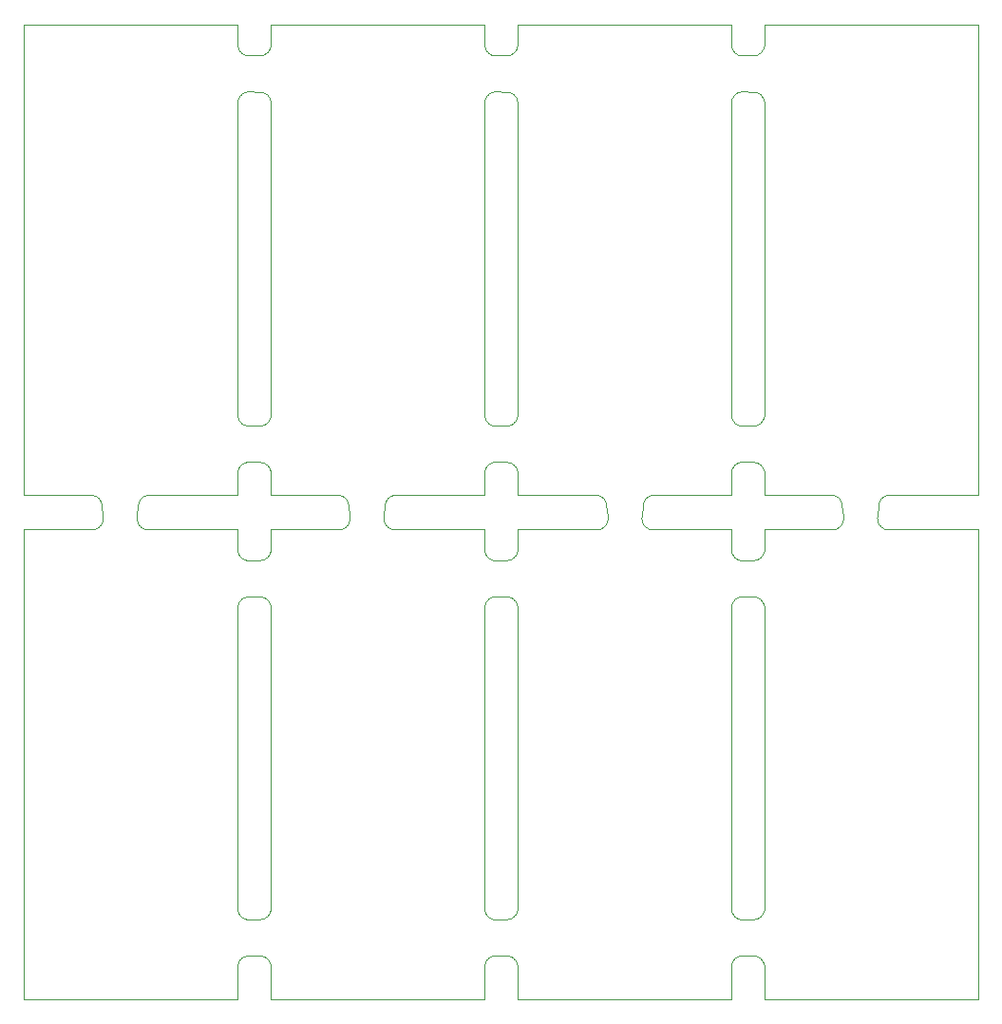
<source format=gko>
%MOIN*%
%OFA0B0*%
%FSLAX36Y36*%
%IPPOS*%
%LPD*%
%ADD10C,0*%
D10*
X002813145Y003282513D02*
X002813145Y003282513D01*
X002813145Y002189927D01*
X002813027Y002186887D01*
X002812675Y002183866D01*
X002812091Y002180880D01*
X002811278Y002177949D01*
X002810242Y002175089D01*
X002808987Y002172318D01*
X002807523Y002169652D01*
X002805856Y002167107D01*
X002803999Y002164698D01*
X002801961Y002162440D01*
X002799754Y002160345D01*
X002797393Y002158428D01*
X002794890Y002156698D01*
X002792262Y002155167D01*
X002789523Y002153844D01*
X002786690Y002152736D01*
X002783780Y002151849D01*
X002780810Y002151191D01*
X002777798Y002150763D01*
X002774762Y002150569D01*
X002737361Y002149631D01*
X002734220Y002149677D01*
X002731094Y002149974D01*
X002728001Y002150519D01*
X002724961Y002151309D01*
X002721994Y002152338D01*
X002719118Y002153601D01*
X002716352Y002155089D01*
X002713714Y002156793D01*
X002711220Y002158701D01*
X002708886Y002160803D01*
X002706726Y002163083D01*
X002704756Y002165529D01*
X002702987Y002168124D01*
X002701430Y002170851D01*
X002700095Y002173694D01*
X002698991Y002176635D01*
X002698126Y002179654D01*
X002697503Y002182732D01*
X002697128Y002185850D01*
X002697003Y002188988D01*
X002697003Y003283452D01*
X002697128Y003286590D01*
X002697503Y003289708D01*
X002698126Y003292786D01*
X002698991Y003295805D01*
X002700095Y003298746D01*
X002701430Y003301589D01*
X002702987Y003304316D01*
X002704756Y003306911D01*
X002706726Y003309357D01*
X002708886Y003311637D01*
X002711220Y003313739D01*
X002713714Y003315647D01*
X002716352Y003317351D01*
X002719118Y003318839D01*
X002721994Y003320102D01*
X002724961Y003321131D01*
X002728001Y003321921D01*
X002731094Y003322466D01*
X002734220Y003322763D01*
X002737361Y003322809D01*
X002774762Y003321871D01*
X002777798Y003321677D01*
X002780810Y003321249D01*
X002783780Y003320591D01*
X002786690Y003319704D01*
X002789523Y003318596D01*
X002792262Y003317273D01*
X002794890Y003315742D01*
X002797393Y003314012D01*
X002799754Y003312095D01*
X002801961Y003310000D01*
X002803999Y003307742D01*
X002805856Y003305333D01*
X002807523Y003302788D01*
X002808987Y003300122D01*
X002810242Y003297351D01*
X002811278Y003294491D01*
X002812091Y003291560D01*
X002812675Y003288574D01*
X002813027Y003285553D01*
X002813145Y003282513D01*
X002813145Y001785979D02*
X002813145Y001785979D01*
X002813145Y001717486D01*
X002813027Y001714446D01*
X002812675Y001711425D01*
X002812091Y001708439D01*
X002811278Y001705508D01*
X002810242Y001702648D01*
X002808987Y001699877D01*
X002807523Y001697211D01*
X002805856Y001694666D01*
X002803999Y001692257D01*
X002801961Y001689999D01*
X002799754Y001687904D01*
X002797393Y001685987D01*
X002794890Y001684257D01*
X002792262Y001682726D01*
X002789523Y001681403D01*
X002786690Y001680295D01*
X002783780Y001679408D01*
X002780810Y001678750D01*
X002777798Y001678322D01*
X002774762Y001678128D01*
X002737361Y001677190D01*
X002734220Y001677236D01*
X002731094Y001677533D01*
X002728001Y001678078D01*
X002724961Y001678868D01*
X002721994Y001679897D01*
X002719118Y001681160D01*
X002716352Y001682648D01*
X002713714Y001684352D01*
X002711220Y001686260D01*
X002708886Y001688362D01*
X002706726Y001690642D01*
X002704756Y001693088D01*
X002702987Y001695683D01*
X002701430Y001698410D01*
X002700095Y001701253D01*
X002698991Y001704194D01*
X002698126Y001707213D01*
X002697503Y001710291D01*
X002697128Y001713409D01*
X002697003Y001716547D01*
X002697003Y001785979D01*
X002421834Y001785979D01*
X002418548Y001786117D01*
X002415286Y001786528D01*
X002412069Y001787210D01*
X002408920Y001788158D01*
X002405861Y001789365D01*
X002402914Y001790824D01*
X002400099Y001792523D01*
X002397435Y001794451D01*
X002394942Y001796595D01*
X002392636Y001798940D01*
X002390534Y001801468D01*
X002388650Y001804164D01*
X002386998Y001807007D01*
X002385588Y001809978D01*
X002384432Y001813056D01*
X002383537Y001816220D01*
X002382908Y001819448D01*
X002382552Y001822717D01*
X002382469Y001826005D01*
X002382661Y001829287D01*
X002386975Y001872201D01*
X002387370Y001875068D01*
X002387975Y001877898D01*
X002388786Y001880676D01*
X002389799Y001883388D01*
X002391008Y001886017D01*
X002392407Y001888551D01*
X002393989Y001890975D01*
X002395744Y001893276D01*
X002397664Y001895442D01*
X002399737Y001897461D01*
X002401954Y001899322D01*
X002404301Y001901016D01*
X002406766Y001902532D01*
X002409336Y001903863D01*
X002411997Y001905002D01*
X002414734Y001905942D01*
X002417533Y001906679D01*
X002420378Y001907208D01*
X002423255Y001907527D01*
X002426147Y001907633D01*
X002697003Y001907633D01*
X002697003Y001984239D01*
X002697128Y001987377D01*
X002697503Y001990495D01*
X002698126Y001993574D01*
X002698991Y001996593D01*
X002700095Y001999533D01*
X002701430Y002002376D01*
X002702987Y002005104D01*
X002704756Y002007699D01*
X002706726Y002010144D01*
X002708886Y002012425D01*
X002711220Y002014526D01*
X002713714Y002016435D01*
X002716352Y002018138D01*
X002719118Y002019626D01*
X002721994Y002020889D01*
X002724961Y002021919D01*
X002728001Y002022709D01*
X002731094Y002023253D01*
X002734220Y002023550D01*
X002737361Y002023597D01*
X002774762Y002022658D01*
X002777798Y002022464D01*
X002780810Y002022037D01*
X002783780Y002021378D01*
X002786690Y002020492D01*
X002789523Y002019384D01*
X002792262Y002018060D01*
X002794890Y002016529D01*
X002797393Y002014799D01*
X002799754Y002012882D01*
X002801961Y002010788D01*
X002803999Y002008530D01*
X002805856Y002006121D01*
X002807523Y002003576D01*
X002808987Y002000909D01*
X002810242Y001998138D01*
X002811278Y001995278D01*
X002812091Y001992347D01*
X002812675Y001989362D01*
X002813027Y001986340D01*
X002813145Y001983300D01*
X002813145Y001907633D01*
X003046293Y001907633D01*
X003049185Y001907527D01*
X003052061Y001907208D01*
X003054907Y001906679D01*
X003057706Y001905942D01*
X003060443Y001905002D01*
X003063104Y001903863D01*
X003065674Y001902532D01*
X003068139Y001901016D01*
X003070486Y001899322D01*
X003072702Y001897461D01*
X003074776Y001895442D01*
X003076696Y001893276D01*
X003078451Y001890975D01*
X003080033Y001888551D01*
X003081432Y001886017D01*
X003082641Y001883388D01*
X003083654Y001880676D01*
X003084465Y001877898D01*
X003085070Y001875068D01*
X003085465Y001872201D01*
X003089779Y001829287D01*
X003089971Y001826005D01*
X003089888Y001822717D01*
X003089532Y001819448D01*
X003088903Y001816220D01*
X003088008Y001813056D01*
X003086852Y001809978D01*
X003085442Y001807007D01*
X003083790Y001804164D01*
X003081906Y001801468D01*
X003079804Y001798940D01*
X003077498Y001796595D01*
X003075005Y001794451D01*
X003072341Y001792523D01*
X003069526Y001790824D01*
X003066579Y001789365D01*
X003063520Y001788158D01*
X003060371Y001787210D01*
X003057154Y001786528D01*
X003053892Y001786117D01*
X003050606Y001785979D01*
X002813145Y001785979D01*
X001830861Y001716547D02*
X001830861Y001716547D01*
X001830861Y001785979D01*
X001516322Y001785979D01*
X001513036Y001786117D01*
X001509774Y001786528D01*
X001506557Y001787210D01*
X001503408Y001788158D01*
X001500349Y001789365D01*
X001497402Y001790824D01*
X001494587Y001792523D01*
X001491923Y001794451D01*
X001489430Y001796595D01*
X001487124Y001798940D01*
X001485022Y001801468D01*
X001483138Y001804164D01*
X001481486Y001807007D01*
X001480077Y001809978D01*
X001478920Y001813056D01*
X001478025Y001816220D01*
X001477397Y001819448D01*
X001477040Y001822717D01*
X001476957Y001826005D01*
X001477149Y001829287D01*
X001481463Y001872201D01*
X001481858Y001875068D01*
X001482463Y001877898D01*
X001483274Y001880676D01*
X001484287Y001883388D01*
X001485496Y001886017D01*
X001486895Y001888551D01*
X001488477Y001890975D01*
X001490232Y001893276D01*
X001492152Y001895442D01*
X001494226Y001897461D01*
X001496442Y001899322D01*
X001498789Y001901016D01*
X001501254Y001902532D01*
X001503824Y001903863D01*
X001506485Y001905002D01*
X001509222Y001905942D01*
X001512021Y001906679D01*
X001514867Y001907208D01*
X001517743Y001907527D01*
X001520636Y001907633D01*
X001830861Y001907633D01*
X001830861Y001984239D01*
X001830987Y001987377D01*
X001831362Y001990495D01*
X001831984Y001993574D01*
X001832850Y001996593D01*
X001833953Y001999533D01*
X001835288Y002002376D01*
X001836845Y002005104D01*
X001838614Y002007699D01*
X001840585Y002010144D01*
X001842744Y002012425D01*
X001845078Y002014526D01*
X001847572Y002016435D01*
X001850211Y002018138D01*
X001852977Y002019626D01*
X001855852Y002020889D01*
X001858819Y002021919D01*
X001861859Y002022709D01*
X001864952Y002023253D01*
X001868079Y002023550D01*
X001871219Y002023597D01*
X001908621Y002022658D01*
X001911656Y002022464D01*
X001914668Y002022037D01*
X001917638Y002021378D01*
X001920548Y002020492D01*
X001923381Y002019384D01*
X001926120Y002018060D01*
X001928748Y002016529D01*
X001931251Y002014799D01*
X001933612Y002012882D01*
X001935819Y002010788D01*
X001937857Y002008530D01*
X001939715Y002006121D01*
X001941381Y002003576D01*
X001942845Y002000909D01*
X001944100Y001998138D01*
X001945137Y001995278D01*
X001945950Y001992347D01*
X001946534Y001989362D01*
X001946886Y001986340D01*
X001947003Y001983300D01*
X001947003Y001907633D01*
X002219521Y001907633D01*
X002222413Y001907527D01*
X002225290Y001907208D01*
X002228135Y001906679D01*
X002230934Y001905942D01*
X002233671Y001905002D01*
X002236332Y001903863D01*
X002238902Y001902532D01*
X002241367Y001901016D01*
X002243714Y001899322D01*
X002245931Y001897461D01*
X002248004Y001895442D01*
X002249924Y001893276D01*
X002251680Y001890975D01*
X002253261Y001888551D01*
X002254660Y001886017D01*
X002255870Y001883388D01*
X002256883Y001880676D01*
X002257694Y001877898D01*
X002258298Y001875068D01*
X002258694Y001872201D01*
X002263007Y001829287D01*
X002263199Y001826005D01*
X002263117Y001822717D01*
X002262760Y001819448D01*
X002262132Y001816220D01*
X002261236Y001813056D01*
X002260080Y001809978D01*
X002258671Y001807007D01*
X002257018Y001804164D01*
X002255135Y001801468D01*
X002253033Y001798940D01*
X002250727Y001796595D01*
X002248233Y001794451D01*
X002245570Y001792523D01*
X002242754Y001790824D01*
X002239807Y001789365D01*
X002236748Y001788158D01*
X002233600Y001787210D01*
X002230383Y001786528D01*
X002227120Y001786117D01*
X002223835Y001785979D01*
X001947003Y001785979D01*
X001947003Y001717486D01*
X001946886Y001714446D01*
X001946534Y001711425D01*
X001945950Y001708439D01*
X001945137Y001705508D01*
X001944100Y001702648D01*
X001942845Y001699877D01*
X001941381Y001697211D01*
X001939715Y001694666D01*
X001937857Y001692257D01*
X001935819Y001689999D01*
X001933612Y001687904D01*
X001931251Y001685987D01*
X001928748Y001684257D01*
X001926120Y001682726D01*
X001923381Y001681403D01*
X001920548Y001680295D01*
X001917638Y001679408D01*
X001914668Y001678750D01*
X001911656Y001678322D01*
X001908621Y001678128D01*
X001871219Y001677190D01*
X001868079Y001677236D01*
X001864952Y001677533D01*
X001861859Y001678078D01*
X001858819Y001678868D01*
X001855852Y001679897D01*
X001852977Y001681160D01*
X001850211Y001682648D01*
X001847572Y001684352D01*
X001845078Y001686260D01*
X001842744Y001688362D01*
X001840585Y001690642D01*
X001838614Y001693088D01*
X001836845Y001695683D01*
X001835288Y001698410D01*
X001833953Y001701253D01*
X001832850Y001704194D01*
X001831984Y001707213D01*
X001831362Y001710291D01*
X001830987Y001713409D01*
X001830861Y001716547D01*
X000964720Y000456705D02*
X000964720Y000456705D01*
X000964720Y001511798D01*
X000964845Y001514936D01*
X000965220Y001518054D01*
X000965842Y001521133D01*
X000966708Y001524152D01*
X000967812Y001527092D01*
X000969146Y001529935D01*
X000970703Y001532663D01*
X000972472Y001535258D01*
X000974443Y001537703D01*
X000976602Y001539984D01*
X000978936Y001542085D01*
X000981431Y001543994D01*
X000984069Y001545698D01*
X000986835Y001547185D01*
X000989710Y001548448D01*
X000992678Y001549478D01*
X000995717Y001550268D01*
X000998810Y001550813D01*
X001001937Y001551109D01*
X001005077Y001551156D01*
X001042479Y001550217D01*
X001045515Y001550023D01*
X001048526Y001549596D01*
X001051496Y001548937D01*
X001054406Y001548051D01*
X001057239Y001546943D01*
X001059978Y001545619D01*
X001062607Y001544088D01*
X001065109Y001542359D01*
X001067471Y001540441D01*
X001069677Y001538347D01*
X001071715Y001536089D01*
X001073573Y001533680D01*
X001075239Y001531135D01*
X001076704Y001528469D01*
X001077958Y001525697D01*
X001078995Y001522837D01*
X001079808Y001519906D01*
X001080392Y001516921D01*
X001080744Y001513899D01*
X001080861Y001510859D01*
X001080861Y000457644D01*
X001080744Y000454604D01*
X001080392Y000451582D01*
X001079808Y000448597D01*
X001078995Y000445666D01*
X001077958Y000442806D01*
X001076704Y000440034D01*
X001075239Y000437368D01*
X001073573Y000434823D01*
X001071715Y000432414D01*
X001069677Y000430156D01*
X001067471Y000428062D01*
X001065109Y000426144D01*
X001062607Y000424415D01*
X001059978Y000422884D01*
X001057239Y000421560D01*
X001054406Y000420452D01*
X001051496Y000419566D01*
X001048526Y000418907D01*
X001045515Y000418480D01*
X001042479Y000418286D01*
X001005077Y000417347D01*
X001001937Y000417394D01*
X000998810Y000417690D01*
X000995717Y000418235D01*
X000992678Y000419025D01*
X000989710Y000420055D01*
X000986835Y000421317D01*
X000984069Y000422805D01*
X000981431Y000424509D01*
X000978936Y000426418D01*
X000976602Y000428519D01*
X000974443Y000430800D01*
X000972472Y000433245D01*
X000970703Y000435840D01*
X000969146Y000438568D01*
X000967812Y000441411D01*
X000966708Y000444351D01*
X000965842Y000447370D01*
X000965220Y000450449D01*
X000964845Y000453567D01*
X000964720Y000456705D01*
X000964720Y001716547D02*
X000964720Y001716547D01*
X000964720Y001785979D01*
X000650180Y001785979D01*
X000646895Y001786117D01*
X000643632Y001786528D01*
X000640415Y001787210D01*
X000637266Y001788158D01*
X000634208Y001789365D01*
X000631260Y001790824D01*
X000628445Y001792523D01*
X000625781Y001794451D01*
X000623288Y001796595D01*
X000620982Y001798940D01*
X000618880Y001801468D01*
X000616996Y001804164D01*
X000615344Y001807007D01*
X000613935Y001809978D01*
X000612779Y001813056D01*
X000611883Y001816220D01*
X000611255Y001819448D01*
X000610898Y001822717D01*
X000610815Y001826005D01*
X000611007Y001829287D01*
X000615321Y001872201D01*
X000615716Y001875068D01*
X000616321Y001877898D01*
X000617132Y001880676D01*
X000618145Y001883388D01*
X000619354Y001886017D01*
X000620754Y001888551D01*
X000622335Y001890975D01*
X000624091Y001893276D01*
X000626010Y001895442D01*
X000628084Y001897461D01*
X000630300Y001899322D01*
X000632647Y001901016D01*
X000635113Y001902532D01*
X000637683Y001903863D01*
X000640343Y001905002D01*
X000643081Y001905942D01*
X000645879Y001906679D01*
X000648725Y001907208D01*
X000651602Y001907527D01*
X000654494Y001907633D01*
X000964720Y001907633D01*
X000964720Y001984239D01*
X000964845Y001987377D01*
X000965220Y001990495D01*
X000965842Y001993574D01*
X000966708Y001996593D01*
X000967812Y001999533D01*
X000969146Y002002376D01*
X000970703Y002005104D01*
X000972472Y002007699D01*
X000974443Y002010144D01*
X000976602Y002012425D01*
X000978936Y002014526D01*
X000981431Y002016435D01*
X000984069Y002018138D01*
X000986835Y002019626D01*
X000989710Y002020889D01*
X000992678Y002021919D01*
X000995717Y002022709D01*
X000998810Y002023253D01*
X001001937Y002023550D01*
X001005077Y002023597D01*
X001042479Y002022658D01*
X001045515Y002022464D01*
X001048526Y002022037D01*
X001051496Y002021378D01*
X001054406Y002020492D01*
X001057239Y002019384D01*
X001059978Y002018060D01*
X001062607Y002016529D01*
X001065109Y002014799D01*
X001067471Y002012882D01*
X001069677Y002010788D01*
X001071715Y002008530D01*
X001073573Y002006121D01*
X001075239Y002003576D01*
X001076704Y002000909D01*
X001077958Y001998138D01*
X001078995Y001995278D01*
X001079808Y001992347D01*
X001080392Y001989362D01*
X001080744Y001986340D01*
X001080861Y001983300D01*
X001080861Y001907633D01*
X001314009Y001907633D01*
X001316901Y001907527D01*
X001319778Y001907208D01*
X001322623Y001906679D01*
X001325422Y001905942D01*
X001328160Y001905002D01*
X001330820Y001903863D01*
X001333390Y001902532D01*
X001335856Y001901016D01*
X001338203Y001899322D01*
X001340419Y001897461D01*
X001342493Y001895442D01*
X001344412Y001893276D01*
X001346168Y001890975D01*
X001347749Y001888551D01*
X001349149Y001886017D01*
X001350358Y001883388D01*
X001351371Y001880676D01*
X001352182Y001877898D01*
X001352787Y001875068D01*
X001353182Y001872201D01*
X001357495Y001829287D01*
X001357687Y001826005D01*
X001357605Y001822717D01*
X001357248Y001819448D01*
X001356620Y001816220D01*
X001355724Y001813056D01*
X001354568Y001809978D01*
X001353159Y001807007D01*
X001351507Y001804164D01*
X001349623Y001801468D01*
X001347521Y001798940D01*
X001345215Y001796595D01*
X001342721Y001794451D01*
X001340058Y001792523D01*
X001337243Y001790824D01*
X001334295Y001789365D01*
X001331237Y001788158D01*
X001328088Y001787210D01*
X001324871Y001786528D01*
X001321608Y001786117D01*
X001318323Y001785979D01*
X001080861Y001785979D01*
X001080861Y001717486D01*
X001080744Y001714446D01*
X001080392Y001711425D01*
X001079808Y001708439D01*
X001078995Y001705508D01*
X001077958Y001702648D01*
X001076704Y001699877D01*
X001075239Y001697211D01*
X001073573Y001694666D01*
X001071715Y001692257D01*
X001069677Y001689999D01*
X001067471Y001687904D01*
X001065109Y001685987D01*
X001062607Y001684257D01*
X001059978Y001682726D01*
X001057239Y001681403D01*
X001054406Y001680295D01*
X001051496Y001679408D01*
X001048526Y001678750D01*
X001045515Y001678322D01*
X001042479Y001678128D01*
X001005077Y001677190D01*
X001001937Y001677236D01*
X000998810Y001677533D01*
X000995717Y001678078D01*
X000992678Y001678868D01*
X000989710Y001679897D01*
X000986835Y001681160D01*
X000984069Y001682648D01*
X000981431Y001684352D01*
X000978936Y001686260D01*
X000976602Y001688362D01*
X000974443Y001690642D01*
X000972472Y001693088D01*
X000970703Y001695683D01*
X000969146Y001698410D01*
X000967812Y001701253D01*
X000966708Y001704194D01*
X000965842Y001707213D01*
X000965220Y001710291D01*
X000964845Y001713409D01*
X000964720Y001716547D01*
X001830861Y001511798D02*
X001830861Y001511798D01*
X001830987Y001514936D01*
X001831362Y001518054D01*
X001831984Y001521133D01*
X001832850Y001524152D01*
X001833953Y001527092D01*
X001835288Y001529935D01*
X001836845Y001532663D01*
X001838614Y001535258D01*
X001840585Y001537703D01*
X001842744Y001539984D01*
X001845078Y001542085D01*
X001847572Y001543994D01*
X001850211Y001545698D01*
X001852977Y001547185D01*
X001855852Y001548448D01*
X001858819Y001549478D01*
X001861859Y001550268D01*
X001864952Y001550813D01*
X001868079Y001551109D01*
X001871219Y001551156D01*
X001908621Y001550217D01*
X001911656Y001550023D01*
X001914668Y001549596D01*
X001917638Y001548937D01*
X001920548Y001548051D01*
X001923381Y001546943D01*
X001926120Y001545619D01*
X001928748Y001544088D01*
X001931251Y001542359D01*
X001933612Y001540441D01*
X001935819Y001538347D01*
X001937857Y001536089D01*
X001939715Y001533680D01*
X001941381Y001531135D01*
X001942845Y001528469D01*
X001944100Y001525697D01*
X001945137Y001522837D01*
X001945950Y001519906D01*
X001946534Y001516921D01*
X001946886Y001513899D01*
X001947003Y001510859D01*
X001947003Y000457644D01*
X001946886Y000454604D01*
X001946534Y000451582D01*
X001945950Y000448597D01*
X001945137Y000445666D01*
X001944100Y000442806D01*
X001942845Y000440034D01*
X001941381Y000437368D01*
X001939715Y000434823D01*
X001937857Y000432414D01*
X001935819Y000430156D01*
X001933612Y000428062D01*
X001931251Y000426144D01*
X001928748Y000424415D01*
X001926120Y000422884D01*
X001923381Y000421560D01*
X001920548Y000420452D01*
X001917638Y000419566D01*
X001914668Y000418907D01*
X001911656Y000418480D01*
X001908621Y000418286D01*
X001871219Y000417347D01*
X001868079Y000417394D01*
X001864952Y000417690D01*
X001861859Y000418235D01*
X001858819Y000419025D01*
X001855852Y000420055D01*
X001852977Y000421317D01*
X001850211Y000422805D01*
X001847572Y000424509D01*
X001845078Y000426418D01*
X001842744Y000428519D01*
X001840585Y000430800D01*
X001838614Y000433245D01*
X001836845Y000435840D01*
X001835288Y000438568D01*
X001833953Y000441411D01*
X001832850Y000444351D01*
X001831984Y000447370D01*
X001831362Y000450449D01*
X001830987Y000453567D01*
X001830861Y000456705D01*
X001830861Y001511798D01*
X002697003Y001511798D02*
X002697003Y001511798D01*
X002697128Y001514936D01*
X002697503Y001518054D01*
X002698126Y001521133D01*
X002698991Y001524152D01*
X002700095Y001527092D01*
X002701430Y001529935D01*
X002702987Y001532663D01*
X002704756Y001535258D01*
X002706726Y001537703D01*
X002708886Y001539984D01*
X002711220Y001542085D01*
X002713714Y001543994D01*
X002716352Y001545698D01*
X002719118Y001547185D01*
X002721994Y001548448D01*
X002724961Y001549478D01*
X002728001Y001550268D01*
X002731094Y001550813D01*
X002734220Y001551109D01*
X002737361Y001551156D01*
X002774762Y001550217D01*
X002777798Y001550023D01*
X002780810Y001549596D01*
X002783780Y001548937D01*
X002786690Y001548051D01*
X002789523Y001546943D01*
X002792262Y001545619D01*
X002794890Y001544088D01*
X002797393Y001542359D01*
X002799754Y001540441D01*
X002801961Y001538347D01*
X002803999Y001536089D01*
X002805856Y001533680D01*
X002807523Y001531135D01*
X002808987Y001528469D01*
X002810242Y001525697D01*
X002811278Y001522837D01*
X002812091Y001519906D01*
X002812675Y001516921D01*
X002813027Y001513899D01*
X002813145Y001510859D01*
X002813145Y000457644D01*
X002813027Y000454604D01*
X002812675Y000451582D01*
X002812091Y000448597D01*
X002811278Y000445666D01*
X002810242Y000442806D01*
X002808987Y000440034D01*
X002807523Y000437368D01*
X002805856Y000434823D01*
X002803999Y000432414D01*
X002801961Y000430156D01*
X002799754Y000428062D01*
X002797393Y000426144D01*
X002794890Y000424415D01*
X002792262Y000422884D01*
X002789523Y000421560D01*
X002786690Y000420452D01*
X002783780Y000419566D01*
X002780810Y000418907D01*
X002777798Y000418480D01*
X002774762Y000418286D01*
X002737361Y000417347D01*
X002734220Y000417394D01*
X002731094Y000417690D01*
X002728001Y000418235D01*
X002724961Y000419025D01*
X002721994Y000420055D01*
X002719118Y000421317D01*
X002716352Y000422805D01*
X002713714Y000424509D01*
X002711220Y000426418D01*
X002708886Y000428519D01*
X002706726Y000430800D01*
X002704756Y000433245D01*
X002702987Y000435840D01*
X002701430Y000438568D01*
X002700095Y000441411D01*
X002698991Y000444351D01*
X002698126Y000447370D01*
X002697503Y000450449D01*
X002697128Y000453567D01*
X002697003Y000456705D01*
X002697003Y001511798D01*
X001080861Y002189927D02*
X001080861Y002189927D01*
X001080744Y002186887D01*
X001080392Y002183866D01*
X001079808Y002180880D01*
X001078995Y002177949D01*
X001077958Y002175089D01*
X001076704Y002172318D01*
X001075239Y002169652D01*
X001073573Y002167107D01*
X001071715Y002164698D01*
X001069677Y002162440D01*
X001067471Y002160345D01*
X001065109Y002158428D01*
X001062607Y002156698D01*
X001059978Y002155167D01*
X001057239Y002153844D01*
X001054406Y002152736D01*
X001051496Y002151849D01*
X001048526Y002151191D01*
X001045515Y002150763D01*
X001042479Y002150569D01*
X001005077Y002149631D01*
X001001937Y002149677D01*
X000998810Y002149974D01*
X000995717Y002150519D01*
X000992678Y002151309D01*
X000989710Y002152338D01*
X000986835Y002153601D01*
X000984069Y002155089D01*
X000981431Y002156793D01*
X000978936Y002158701D01*
X000976602Y002160803D01*
X000974443Y002163083D01*
X000972472Y002165529D01*
X000970703Y002168124D01*
X000969146Y002170851D01*
X000967812Y002173694D01*
X000966708Y002176635D01*
X000965842Y002179654D01*
X000965220Y002182732D01*
X000964845Y002185850D01*
X000964720Y002188988D01*
X000964720Y003283452D01*
X000964845Y003286590D01*
X000965220Y003289708D01*
X000965842Y003292786D01*
X000966708Y003295805D01*
X000967812Y003298746D01*
X000969146Y003301589D01*
X000970703Y003304316D01*
X000972472Y003306911D01*
X000974443Y003309357D01*
X000976602Y003311637D01*
X000978936Y003313739D01*
X000981431Y003315647D01*
X000984069Y003317351D01*
X000986835Y003318839D01*
X000989710Y003320102D01*
X000992678Y003321131D01*
X000995717Y003321921D01*
X000998810Y003322466D01*
X001001937Y003322763D01*
X001005077Y003322809D01*
X001042479Y003321871D01*
X001045515Y003321677D01*
X001048526Y003321249D01*
X001051496Y003320591D01*
X001054406Y003319704D01*
X001057239Y003318596D01*
X001059978Y003317273D01*
X001062607Y003315742D01*
X001065109Y003314012D01*
X001067471Y003312095D01*
X001069677Y003310000D01*
X001071715Y003307742D01*
X001073573Y003305333D01*
X001075239Y003302788D01*
X001076704Y003300122D01*
X001077958Y003297351D01*
X001078995Y003294491D01*
X001079808Y003291560D01*
X001080392Y003288574D01*
X001080744Y003285553D01*
X001080861Y003282513D01*
X001080861Y002189927D01*
X001947003Y002189927D02*
X001947003Y002189927D01*
X001946886Y002186887D01*
X001946534Y002183866D01*
X001945950Y002180880D01*
X001945137Y002177949D01*
X001944100Y002175089D01*
X001942845Y002172318D01*
X001941381Y002169652D01*
X001939715Y002167107D01*
X001937857Y002164698D01*
X001935819Y002162440D01*
X001933612Y002160345D01*
X001931251Y002158428D01*
X001928748Y002156698D01*
X001926120Y002155167D01*
X001923381Y002153844D01*
X001920548Y002152736D01*
X001917638Y002151849D01*
X001914668Y002151191D01*
X001911656Y002150763D01*
X001908621Y002150569D01*
X001871219Y002149631D01*
X001868079Y002149677D01*
X001864952Y002149974D01*
X001861859Y002150519D01*
X001858819Y002151309D01*
X001855852Y002152338D01*
X001852977Y002153601D01*
X001850211Y002155089D01*
X001847572Y002156793D01*
X001845078Y002158701D01*
X001842744Y002160803D01*
X001840585Y002163083D01*
X001838614Y002165529D01*
X001836845Y002168124D01*
X001835288Y002170851D01*
X001833953Y002173694D01*
X001832850Y002176635D01*
X001831984Y002179654D01*
X001831362Y002182732D01*
X001830987Y002185850D01*
X001830861Y002188988D01*
X001830861Y003283452D01*
X001830987Y003286590D01*
X001831362Y003289708D01*
X001831984Y003292786D01*
X001832850Y003295805D01*
X001833953Y003298746D01*
X001835288Y003301589D01*
X001836845Y003304316D01*
X001838614Y003306911D01*
X001840585Y003309357D01*
X001842744Y003311637D01*
X001845078Y003313739D01*
X001847572Y003315647D01*
X001850211Y003317351D01*
X001852977Y003318839D01*
X001855852Y003320102D01*
X001858819Y003321131D01*
X001861859Y003321921D01*
X001864952Y003322466D01*
X001868079Y003322763D01*
X001871219Y003322809D01*
X001908621Y003321871D01*
X001911656Y003321677D01*
X001914668Y003321249D01*
X001917638Y003320591D01*
X001920548Y003319704D01*
X001923381Y003318596D01*
X001926120Y003317273D01*
X001928748Y003315742D01*
X001931251Y003314012D01*
X001933612Y003312095D01*
X001935819Y003310000D01*
X001937857Y003307742D01*
X001939715Y003305333D01*
X001941381Y003302788D01*
X001942845Y003300122D01*
X001944100Y003297351D01*
X001945137Y003294491D01*
X001945950Y003291560D01*
X001946534Y003288574D01*
X001946886Y003285553D01*
X001947003Y003282513D01*
X001947003Y002189927D01*
X002813145Y003489140D02*
X002813145Y003489140D01*
X002813027Y003486100D01*
X002812675Y003483078D01*
X002812091Y003480093D01*
X002811278Y003477162D01*
X002810242Y003474302D01*
X002808987Y003471530D01*
X002807523Y003468864D01*
X002805856Y003466319D01*
X002803999Y003463910D01*
X002801961Y003461652D01*
X002799754Y003459558D01*
X002797393Y003457640D01*
X002794890Y003455911D01*
X002792262Y003454380D01*
X002789523Y003453056D01*
X002786690Y003451948D01*
X002783780Y003451062D01*
X002780810Y003450403D01*
X002777798Y003449976D01*
X002774762Y003449782D01*
X002737361Y003448843D01*
X002734220Y003448890D01*
X002731094Y003449186D01*
X002728001Y003449731D01*
X002724961Y003450521D01*
X002721994Y003451551D01*
X002719118Y003452814D01*
X002716352Y003454301D01*
X002713714Y003456005D01*
X002711220Y003457914D01*
X002708886Y003460015D01*
X002706726Y003462296D01*
X002704756Y003464741D01*
X002702987Y003467336D01*
X002701430Y003470064D01*
X002700095Y003472907D01*
X002698991Y003475847D01*
X002698126Y003478866D01*
X002697503Y003481945D01*
X002697128Y003485063D01*
X002697003Y003488201D01*
X002697003Y003557633D01*
X001947003Y003557633D01*
X001947003Y003489140D01*
X001946886Y003486100D01*
X001946534Y003483078D01*
X001945950Y003480093D01*
X001945137Y003477162D01*
X001944100Y003474302D01*
X001942845Y003471530D01*
X001941381Y003468864D01*
X001939715Y003466319D01*
X001937857Y003463910D01*
X001935819Y003461652D01*
X001933612Y003459558D01*
X001931251Y003457640D01*
X001928748Y003455911D01*
X001926120Y003454380D01*
X001923381Y003453056D01*
X001920548Y003451948D01*
X001917638Y003451062D01*
X001914668Y003450403D01*
X001911656Y003449976D01*
X001908621Y003449782D01*
X001871219Y003448843D01*
X001868079Y003448890D01*
X001864952Y003449186D01*
X001861859Y003449731D01*
X001858819Y003450521D01*
X001855852Y003451551D01*
X001852977Y003452814D01*
X001850211Y003454301D01*
X001847572Y003456005D01*
X001845078Y003457914D01*
X001842744Y003460015D01*
X001840585Y003462296D01*
X001838614Y003464741D01*
X001836845Y003467336D01*
X001835288Y003470064D01*
X001833953Y003472907D01*
X001832850Y003475847D01*
X001831984Y003478866D01*
X001831362Y003481945D01*
X001830987Y003485063D01*
X001830861Y003488201D01*
X001830861Y003557633D01*
X001080861Y003557633D01*
X001080861Y003489140D01*
X001080744Y003486100D01*
X001080392Y003483078D01*
X001079808Y003480093D01*
X001078995Y003477162D01*
X001077958Y003474302D01*
X001076704Y003471530D01*
X001075239Y003468864D01*
X001073573Y003466319D01*
X001071715Y003463910D01*
X001069677Y003461652D01*
X001067471Y003459558D01*
X001065109Y003457640D01*
X001062607Y003455911D01*
X001059978Y003454380D01*
X001057239Y003453056D01*
X001054406Y003451948D01*
X001051496Y003451062D01*
X001048526Y003450403D01*
X001045515Y003449976D01*
X001042479Y003449782D01*
X001005077Y003448843D01*
X001001937Y003448890D01*
X000998810Y003449186D01*
X000995717Y003449731D01*
X000992678Y003450521D01*
X000989710Y003451551D01*
X000986835Y003452814D01*
X000984069Y003454301D01*
X000981431Y003456005D01*
X000978936Y003457914D01*
X000976602Y003460015D01*
X000974443Y003462296D01*
X000972472Y003464741D01*
X000970703Y003467336D01*
X000969146Y003470064D01*
X000967812Y003472907D01*
X000966708Y003475847D01*
X000965842Y003478866D01*
X000965220Y003481945D01*
X000964845Y003485063D01*
X000964720Y003488201D01*
X000964720Y003557633D01*
X000214720Y003557633D01*
X000214720Y001907633D01*
X000447867Y001907633D01*
X000450760Y001907527D01*
X000453636Y001907208D01*
X000456482Y001906679D01*
X000459281Y001905942D01*
X000462018Y001905002D01*
X000464679Y001903863D01*
X000467249Y001902532D01*
X000469714Y001901016D01*
X000472061Y001899322D01*
X000474277Y001897461D01*
X000476351Y001895442D01*
X000478271Y001893276D01*
X000480026Y001890975D01*
X000481608Y001888551D01*
X000483007Y001886017D01*
X000484216Y001883388D01*
X000485229Y001880676D01*
X000486040Y001877898D01*
X000486645Y001875068D01*
X000487040Y001872201D01*
X000491354Y001829287D01*
X000491546Y001826005D01*
X000491463Y001822717D01*
X000491106Y001819448D01*
X000490478Y001816220D01*
X000489583Y001813056D01*
X000488426Y001809978D01*
X000487017Y001807007D01*
X000485365Y001804164D01*
X000483481Y001801468D01*
X000481379Y001798940D01*
X000479073Y001796595D01*
X000476580Y001794451D01*
X000473916Y001792523D01*
X000471101Y001790824D01*
X000468154Y001789365D01*
X000465095Y001788158D01*
X000461946Y001787210D01*
X000458729Y001786528D01*
X000455467Y001786117D01*
X000452181Y001785979D01*
X000214720Y001785979D01*
X000214720Y000135979D01*
X000964720Y000135979D01*
X000964720Y000251955D01*
X000964845Y000255094D01*
X000965220Y000258212D01*
X000965842Y000261290D01*
X000966708Y000264309D01*
X000967812Y000267250D01*
X000969146Y000270093D01*
X000970703Y000272820D01*
X000972472Y000275415D01*
X000974443Y000277861D01*
X000976602Y000280141D01*
X000978936Y000282243D01*
X000981431Y000284151D01*
X000984069Y000285855D01*
X000986835Y000287343D01*
X000989710Y000288606D01*
X000992678Y000289635D01*
X000995717Y000290425D01*
X000998810Y000290970D01*
X001001937Y000291267D01*
X001005077Y000291313D01*
X001042479Y000290375D01*
X001045515Y000290181D01*
X001048526Y000289753D01*
X001051496Y000289094D01*
X001054406Y000288208D01*
X001057239Y000287100D01*
X001059978Y000285777D01*
X001062607Y000284246D01*
X001065109Y000282516D01*
X001067471Y000280598D01*
X001069677Y000278504D01*
X001071715Y000276246D01*
X001073573Y000273837D01*
X001075239Y000271292D01*
X001076704Y000268626D01*
X001077958Y000265855D01*
X001078995Y000262995D01*
X001079808Y000260064D01*
X001080392Y000257078D01*
X001080744Y000254057D01*
X001080861Y000251017D01*
X001080861Y000135979D01*
X001830861Y000135979D01*
X001830861Y000251955D01*
X001830987Y000255094D01*
X001831362Y000258212D01*
X001831984Y000261290D01*
X001832850Y000264309D01*
X001833953Y000267250D01*
X001835288Y000270093D01*
X001836845Y000272820D01*
X001838614Y000275415D01*
X001840585Y000277861D01*
X001842744Y000280141D01*
X001845078Y000282243D01*
X001847572Y000284151D01*
X001850211Y000285855D01*
X001852977Y000287343D01*
X001855852Y000288606D01*
X001858819Y000289635D01*
X001861859Y000290425D01*
X001864952Y000290970D01*
X001868079Y000291267D01*
X001871219Y000291313D01*
X001908621Y000290375D01*
X001911656Y000290181D01*
X001914668Y000289753D01*
X001917638Y000289094D01*
X001920548Y000288208D01*
X001923381Y000287100D01*
X001926120Y000285777D01*
X001928748Y000284246D01*
X001931251Y000282516D01*
X001933612Y000280598D01*
X001935819Y000278504D01*
X001937857Y000276246D01*
X001939715Y000273837D01*
X001941381Y000271292D01*
X001942845Y000268626D01*
X001944100Y000265855D01*
X001945137Y000262995D01*
X001945950Y000260064D01*
X001946534Y000257078D01*
X001946886Y000254057D01*
X001947003Y000251017D01*
X001947003Y000135979D01*
X002697003Y000135979D01*
X002697003Y000251955D01*
X002697128Y000255094D01*
X002697503Y000258212D01*
X002698126Y000261290D01*
X002698991Y000264309D01*
X002700095Y000267250D01*
X002701430Y000270093D01*
X002702987Y000272820D01*
X002704756Y000275415D01*
X002706726Y000277861D01*
X002708886Y000280141D01*
X002711220Y000282243D01*
X002713714Y000284151D01*
X002716352Y000285855D01*
X002719118Y000287343D01*
X002721994Y000288606D01*
X002724961Y000289635D01*
X002728001Y000290425D01*
X002731094Y000290970D01*
X002734220Y000291267D01*
X002737361Y000291313D01*
X002774762Y000290375D01*
X002777798Y000290181D01*
X002780810Y000289753D01*
X002783780Y000289094D01*
X002786690Y000288208D01*
X002789523Y000287100D01*
X002792262Y000285777D01*
X002794890Y000284246D01*
X002797393Y000282516D01*
X002799754Y000280598D01*
X002801961Y000278504D01*
X002803999Y000276246D01*
X002805856Y000273837D01*
X002807523Y000271292D01*
X002808987Y000268626D01*
X002810242Y000265855D01*
X002811278Y000262995D01*
X002812091Y000260064D01*
X002812675Y000257078D01*
X002813027Y000254057D01*
X002813145Y000251017D01*
X002813145Y000135979D01*
X003563145Y000135979D01*
X003563145Y001785979D01*
X003248605Y001785979D01*
X003245320Y001786117D01*
X003242057Y001786528D01*
X003238840Y001787210D01*
X003235692Y001788158D01*
X003232633Y001789365D01*
X003229686Y001790824D01*
X003226870Y001792523D01*
X003224207Y001794451D01*
X003221713Y001796595D01*
X003219407Y001798940D01*
X003217305Y001801468D01*
X003215422Y001804164D01*
X003213769Y001807007D01*
X003212360Y001809978D01*
X003211204Y001813056D01*
X003210308Y001816220D01*
X003209680Y001819448D01*
X003209323Y001822717D01*
X003209241Y001826005D01*
X003209433Y001829287D01*
X003213746Y001872201D01*
X003214142Y001875068D01*
X003214746Y001877898D01*
X003215557Y001880676D01*
X003216570Y001883388D01*
X003217780Y001886017D01*
X003219179Y001888551D01*
X003220760Y001890975D01*
X003222516Y001893276D01*
X003224435Y001895442D01*
X003226509Y001897461D01*
X003228725Y001899322D01*
X003231073Y001901016D01*
X003233538Y001902532D01*
X003236108Y001903863D01*
X003238768Y001905002D01*
X003241506Y001905942D01*
X003244305Y001906679D01*
X003247150Y001907208D01*
X003250027Y001907527D01*
X003252919Y001907633D01*
X003563145Y001907633D01*
X003563145Y003557633D01*
X002813145Y003557633D01*
X002813145Y003489140D01*
M02*
</source>
